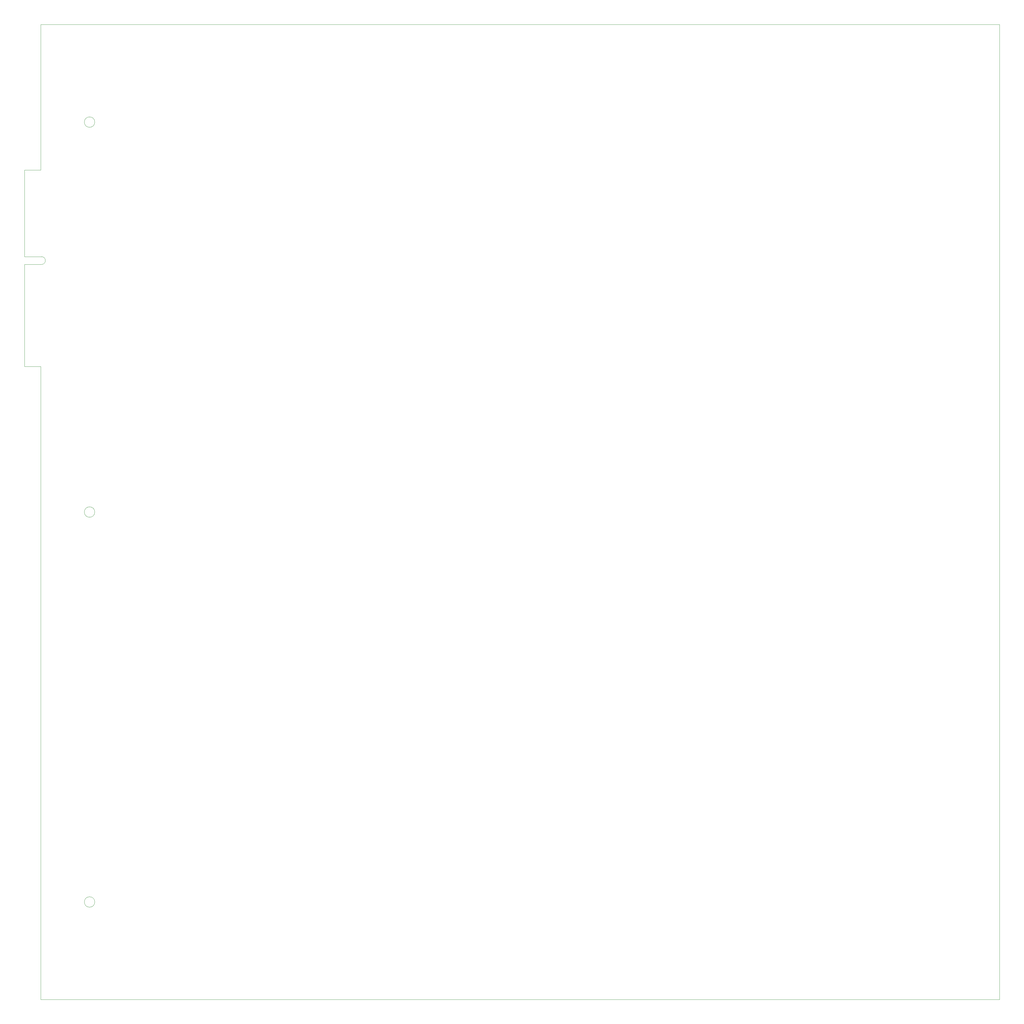
<source format=gbr>
%TF.GenerationSoftware,KiCad,Pcbnew,8.0.2-1*%
%TF.CreationDate,2024-06-03T17:46:58-04:00*%
%TF.ProjectId,Untitled,556e7469-746c-4656-942e-6b696361645f,rev?*%
%TF.SameCoordinates,Original*%
%TF.FileFunction,Profile,NP*%
%FSLAX46Y46*%
G04 Gerber Fmt 4.6, Leading zero omitted, Abs format (unit mm)*
G04 Created by KiCad (PCBNEW 8.0.2-1) date 2024-06-03 17:46:58*
%MOMM*%
%LPD*%
G01*
G04 APERTURE LIST*
%TA.AperFunction,Profile*%
%ADD10C,0.100000*%
%TD*%
%TA.AperFunction,Profile*%
%ADD11C,0.120000*%
%TD*%
G04 APERTURE END LIST*
D10*
X71600000Y-300000000D02*
G75*
G02*
X68400000Y-300000000I-1600000J0D01*
G01*
X68400000Y-300000000D02*
G75*
G02*
X71600000Y-300000000I1600000J0D01*
G01*
X55000000Y-30000000D02*
X55000000Y-74775000D01*
X71600000Y-180000000D02*
G75*
G02*
X68400000Y-180000000I-1600000J0D01*
G01*
X68400000Y-180000000D02*
G75*
G02*
X71600000Y-180000000I1600000J0D01*
G01*
X350000000Y-30000000D02*
X350000000Y-330000000D01*
X350000000Y-30000000D02*
X55000000Y-30000000D01*
X350000000Y-330000000D02*
X55000000Y-330000000D01*
X71600000Y-60000000D02*
G75*
G02*
X68400000Y-60000000I-1600000J0D01*
G01*
X68400000Y-60000000D02*
G75*
G02*
X71600000Y-60000000I1600000J0D01*
G01*
X55000000Y-135225000D02*
X55000000Y-330000000D01*
D11*
%TO.C,REF\u002A\u002A*%
X50000000Y-74775000D02*
X50000000Y-101405000D01*
X50000000Y-101405000D02*
X55200000Y-101405000D01*
X50000000Y-103805000D02*
X50000000Y-135225000D01*
X50000000Y-135225000D02*
X55000000Y-135225000D01*
X55000000Y-74775000D02*
X50000000Y-74775000D01*
X55200000Y-103805000D02*
X50000000Y-103805000D01*
X55200000Y-101405000D02*
G75*
G02*
X55200000Y-103805000I0J-1200000D01*
G01*
%TD*%
M02*

</source>
